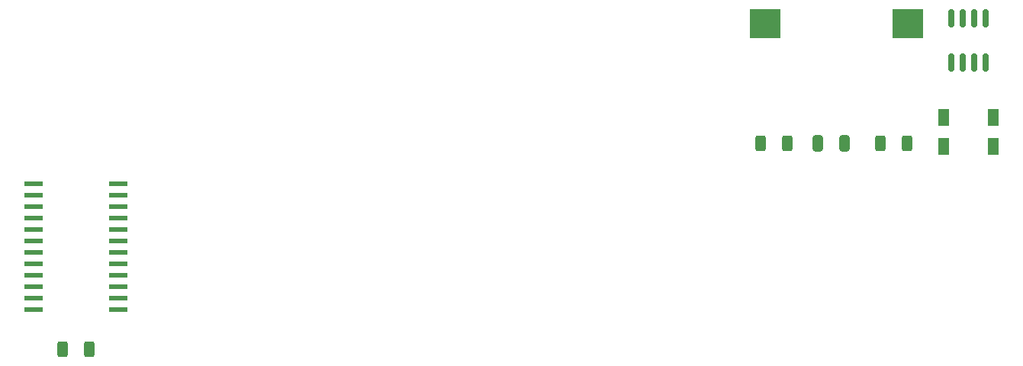
<source format=gbr>
%TF.GenerationSoftware,KiCad,Pcbnew,(6.0.2)*%
%TF.CreationDate,2022-07-12T14:07:49-04:00*%
%TF.ProjectId,RDL_revD6,52444c5f-7265-4764-9436-2e6b69636164,Rev D6*%
%TF.SameCoordinates,Original*%
%TF.FileFunction,Paste,Top*%
%TF.FilePolarity,Positive*%
%FSLAX46Y46*%
G04 Gerber Fmt 4.6, Leading zero omitted, Abs format (unit mm)*
G04 Created by KiCad (PCBNEW (6.0.2)) date 2022-07-12 14:07:49*
%MOMM*%
%LPD*%
G01*
G04 APERTURE LIST*
G04 Aperture macros list*
%AMRoundRect*
0 Rectangle with rounded corners*
0 $1 Rounding radius*
0 $2 $3 $4 $5 $6 $7 $8 $9 X,Y pos of 4 corners*
0 Add a 4 corners polygon primitive as box body*
4,1,4,$2,$3,$4,$5,$6,$7,$8,$9,$2,$3,0*
0 Add four circle primitives for the rounded corners*
1,1,$1+$1,$2,$3*
1,1,$1+$1,$4,$5*
1,1,$1+$1,$6,$7*
1,1,$1+$1,$8,$9*
0 Add four rect primitives between the rounded corners*
20,1,$1+$1,$2,$3,$4,$5,0*
20,1,$1+$1,$4,$5,$6,$7,0*
20,1,$1+$1,$6,$7,$8,$9,0*
20,1,$1+$1,$8,$9,$2,$3,0*%
G04 Aperture macros list end*
%ADD10RoundRect,0.250000X-0.312500X-0.625000X0.312500X-0.625000X0.312500X0.625000X-0.312500X0.625000X0*%
%ADD11RoundRect,0.150000X0.150000X-0.825000X0.150000X0.825000X-0.150000X0.825000X-0.150000X-0.825000X0*%
%ADD12R,2.000000X0.600000*%
%ADD13RoundRect,0.250000X-0.325000X-0.650000X0.325000X-0.650000X0.325000X0.650000X-0.325000X0.650000X0*%
%ADD14R,3.500000X3.300000*%
%ADD15R,1.300000X1.900000*%
%ADD16RoundRect,0.250000X0.312500X0.625000X-0.312500X0.625000X-0.312500X-0.625000X0.312500X-0.625000X0*%
G04 APERTURE END LIST*
D10*
%TO.C,R2*%
X186497500Y-77470000D03*
X189422500Y-77470000D03*
%TD*%
D11*
%TO.C,U1*%
X207645000Y-68515000D03*
X208915000Y-68515000D03*
X210185000Y-68515000D03*
X211455000Y-68515000D03*
X211455000Y-63565000D03*
X210185000Y-63565000D03*
X208915000Y-63565000D03*
X207645000Y-63565000D03*
%TD*%
D10*
%TO.C,R1*%
X199832500Y-77470000D03*
X202757500Y-77470000D03*
%TD*%
D12*
%TO.C,U2*%
X105790000Y-81915000D03*
X105790000Y-83185000D03*
X105790000Y-84455000D03*
X105790000Y-85725000D03*
X105790000Y-86995000D03*
X105790000Y-88265000D03*
X105790000Y-89535000D03*
X105790000Y-90805000D03*
X105790000Y-92075000D03*
X105790000Y-93345000D03*
X105790000Y-94615000D03*
X105790000Y-95885000D03*
X115190000Y-95885000D03*
X115190000Y-94615000D03*
X115190000Y-93345000D03*
X115190000Y-92075000D03*
X115190000Y-90805000D03*
X115190000Y-89535000D03*
X115190000Y-88265000D03*
X115190000Y-86995000D03*
X115190000Y-85725000D03*
X115190000Y-84455000D03*
X115190000Y-83185000D03*
X115190000Y-81915000D03*
%TD*%
D13*
%TO.C,C1*%
X192835000Y-77470000D03*
X195785000Y-77470000D03*
%TD*%
D14*
%TO.C,BAT1*%
X202845000Y-64135000D03*
X187045000Y-64135000D03*
%TD*%
D15*
%TO.C,Y1*%
X206800000Y-77800000D03*
X212300000Y-77800000D03*
X212300000Y-74600000D03*
X206800000Y-74600000D03*
%TD*%
D16*
%TO.C,R3*%
X111952500Y-100330000D03*
X109027500Y-100330000D03*
%TD*%
M02*

</source>
